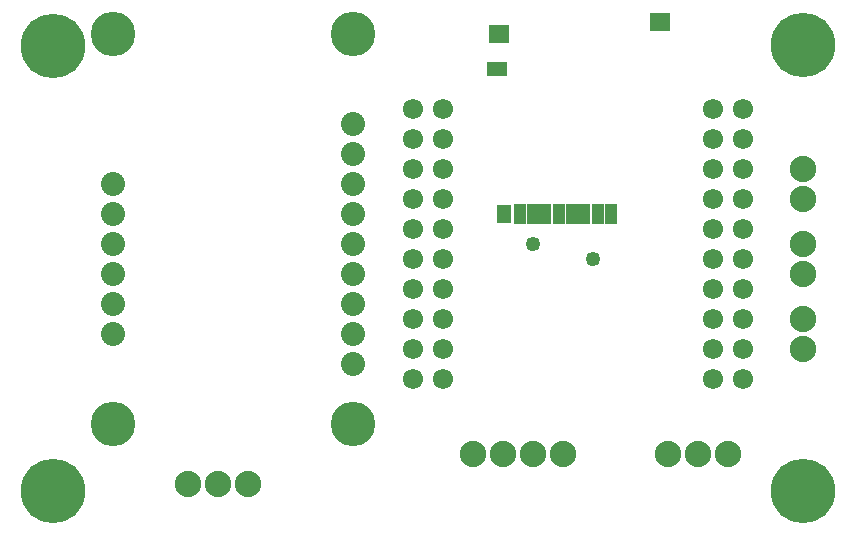
<source format=gbs>
G04 MADE WITH FRITZING*
G04 WWW.FRITZING.ORG*
G04 DOUBLE SIDED*
G04 HOLES PLATED*
G04 CONTOUR ON CENTER OF CONTOUR VECTOR*
%ASAXBY*%
%FSLAX23Y23*%
%MOIN*%
%OFA0B0*%
%SFA1.0B1.0*%
%ADD10C,0.067621*%
%ADD11C,0.148425*%
%ADD12C,0.080000*%
%ADD13C,0.088000*%
%ADD14C,0.214725*%
%ADD15C,0.049370*%
%ADD16R,0.069055X0.063150*%
%ADD17R,0.065118X0.049370*%
%ADD18R,0.049370X0.061181*%
%ADD19R,0.039528X0.069055*%
%LNMASK0*%
G90*
G70*
G54D10*
X1325Y1422D03*
X1325Y1322D03*
X1325Y1222D03*
X1325Y1122D03*
X1325Y1022D03*
X1325Y922D03*
X1325Y822D03*
X1325Y722D03*
X1325Y522D03*
X1325Y622D03*
X1425Y1422D03*
X1425Y1322D03*
X1425Y1222D03*
X1425Y1122D03*
X1425Y1022D03*
X1425Y922D03*
X1425Y822D03*
X1425Y722D03*
X1425Y622D03*
X1425Y522D03*
X2325Y1422D03*
X2325Y1322D03*
X2325Y1222D03*
X2325Y1122D03*
X2325Y1022D03*
X2325Y922D03*
X2325Y822D03*
X2325Y722D03*
X2325Y622D03*
X2325Y522D03*
X2425Y1422D03*
X2425Y1322D03*
X2425Y1222D03*
X2425Y1122D03*
X2425Y1022D03*
X2425Y922D03*
X2425Y822D03*
X2425Y722D03*
X2425Y622D03*
X2425Y522D03*
G54D11*
X1125Y372D03*
X325Y372D03*
G54D12*
X325Y672D03*
X325Y772D03*
X325Y872D03*
G54D11*
X1125Y1672D03*
G54D12*
X325Y972D03*
G54D11*
X325Y1672D03*
G54D12*
X325Y1072D03*
X325Y1172D03*
X1125Y572D03*
X1125Y672D03*
X1125Y772D03*
X1125Y872D03*
X1125Y972D03*
X1125Y1072D03*
X1125Y1172D03*
X1125Y1272D03*
X1125Y1372D03*
G54D13*
X2625Y1222D03*
X2625Y1122D03*
X2625Y972D03*
X2625Y872D03*
X2625Y722D03*
X2625Y622D03*
X575Y172D03*
X675Y172D03*
X775Y172D03*
G54D14*
X125Y151D03*
X125Y1635D03*
X2625Y150D03*
X2625Y1636D03*
G54D15*
X1925Y922D03*
X1725Y972D03*
G54D13*
X1525Y272D03*
X1625Y272D03*
X1725Y272D03*
X1825Y272D03*
X2175Y272D03*
X2275Y272D03*
X2375Y272D03*
G54D16*
X1612Y1675D03*
X2149Y1714D03*
G54D17*
X1606Y1556D03*
G54D18*
X1629Y1074D03*
G54D19*
X1682Y1072D03*
X1725Y1072D03*
X1768Y1072D03*
X1812Y1072D03*
X1855Y1072D03*
X1898Y1072D03*
X1942Y1072D03*
X1985Y1072D03*
G04 End of Mask0*
M02*
</source>
